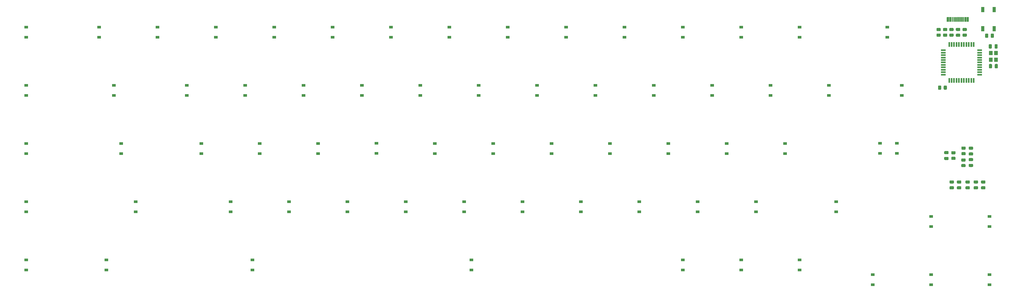
<source format=gbr>
%TF.GenerationSoftware,KiCad,Pcbnew,(5.1.9)-1*%
%TF.CreationDate,2021-07-19T10:18:42-07:00*%
%TF.ProjectId,unsplit-keyboard,756e7370-6c69-4742-9d6b-6579626f6172,rev?*%
%TF.SameCoordinates,Original*%
%TF.FileFunction,Paste,Bot*%
%TF.FilePolarity,Positive*%
%FSLAX46Y46*%
G04 Gerber Fmt 4.6, Leading zero omitted, Abs format (unit mm)*
G04 Created by KiCad (PCBNEW (5.1.9)-1) date 2021-07-19 10:18:42*
%MOMM*%
%LPD*%
G01*
G04 APERTURE LIST*
%ADD10R,1.200000X0.900000*%
%ADD11R,1.100000X1.800000*%
%ADD12R,1.200000X1.400000*%
%ADD13R,0.500000X1.500000*%
%ADD14R,1.500000X0.500000*%
G04 APERTURE END LIST*
D10*
%TO.C,D70*%
X317500000Y-65023000D03*
X317500000Y-61723000D03*
%TD*%
%TO.C,D69*%
X347662500Y-108012500D03*
X347662500Y-104712500D03*
%TD*%
%TO.C,D68*%
X328612500Y-108012500D03*
X328612500Y-104712500D03*
%TD*%
%TO.C,D67*%
X309562500Y-108012500D03*
X309562500Y-104712500D03*
%TD*%
%TO.C,D66*%
X285750000Y-103250000D03*
X285750000Y-99950000D03*
%TD*%
%TO.C,D65*%
X266700000Y-103250000D03*
X266700000Y-99950000D03*
%TD*%
%TO.C,D64*%
X247650000Y-103250000D03*
X247650000Y-99950000D03*
%TD*%
%TO.C,D63*%
X178593750Y-103250000D03*
X178593750Y-99950000D03*
%TD*%
%TO.C,D62*%
X107156250Y-103250000D03*
X107156250Y-99950000D03*
%TD*%
%TO.C,D61*%
X59531250Y-103250000D03*
X59531250Y-99950000D03*
%TD*%
%TO.C,D60*%
X33337500Y-103250000D03*
X33337500Y-99950000D03*
%TD*%
%TO.C,D59*%
X347662500Y-88962500D03*
X347662500Y-85662500D03*
%TD*%
%TO.C,D58*%
X328612500Y-88962500D03*
X328612500Y-85662500D03*
%TD*%
%TO.C,D57*%
X297656250Y-84200000D03*
X297656250Y-80900000D03*
%TD*%
%TO.C,D56*%
X271462500Y-84200000D03*
X271462500Y-80900000D03*
%TD*%
%TO.C,D55*%
X252412500Y-84200000D03*
X252412500Y-80900000D03*
%TD*%
%TO.C,D54*%
X233362500Y-84200000D03*
X233362500Y-80900000D03*
%TD*%
%TO.C,D53*%
X214312500Y-84200000D03*
X214312500Y-80900000D03*
%TD*%
%TO.C,D52*%
X195262500Y-84200000D03*
X195262500Y-80900000D03*
%TD*%
%TO.C,D51*%
X176212500Y-84200000D03*
X176212500Y-80900000D03*
%TD*%
%TO.C,D50*%
X157162500Y-84200000D03*
X157162500Y-80900000D03*
%TD*%
%TO.C,D49*%
X138112500Y-84200000D03*
X138112500Y-80900000D03*
%TD*%
%TO.C,D48*%
X119062500Y-84200000D03*
X119062500Y-80900000D03*
%TD*%
%TO.C,D47*%
X100012500Y-84200000D03*
X100012500Y-80900000D03*
%TD*%
%TO.C,D46*%
X69056250Y-84200000D03*
X69056250Y-80900000D03*
%TD*%
%TO.C,D45*%
X33337500Y-84200000D03*
X33337500Y-80900000D03*
%TD*%
%TO.C,D44*%
X311943750Y-65006250D03*
X311943750Y-61706250D03*
%TD*%
%TO.C,D43*%
X280987500Y-65150000D03*
X280987500Y-61850000D03*
%TD*%
%TO.C,D42*%
X261937500Y-65150000D03*
X261937500Y-61850000D03*
%TD*%
%TO.C,D41*%
X242887500Y-65150000D03*
X242887500Y-61850000D03*
%TD*%
%TO.C,D40*%
X223837500Y-65150000D03*
X223837500Y-61850000D03*
%TD*%
%TO.C,D39*%
X204787500Y-65150000D03*
X204787500Y-61850000D03*
%TD*%
%TO.C,D38*%
X185737500Y-65150000D03*
X185737500Y-61850000D03*
%TD*%
%TO.C,D37*%
X166687500Y-65150000D03*
X166687500Y-61850000D03*
%TD*%
%TO.C,D36*%
X147637500Y-65006250D03*
X147637500Y-61706250D03*
%TD*%
%TO.C,D35*%
X128587500Y-65150000D03*
X128587500Y-61850000D03*
%TD*%
%TO.C,D34*%
X109537500Y-65150000D03*
X109537500Y-61850000D03*
%TD*%
%TO.C,D33*%
X90487500Y-65150000D03*
X90487500Y-61850000D03*
%TD*%
%TO.C,D32*%
X64293750Y-65150000D03*
X64293750Y-61850000D03*
%TD*%
%TO.C,D31*%
X33337500Y-65150000D03*
X33337500Y-61850000D03*
%TD*%
%TO.C,D30*%
X319087500Y-46100000D03*
X319087500Y-42800000D03*
%TD*%
%TO.C,D29*%
X295275000Y-46100000D03*
X295275000Y-42800000D03*
%TD*%
%TO.C,D28*%
X276225000Y-46100000D03*
X276225000Y-42800000D03*
%TD*%
%TO.C,D27*%
X257175000Y-46100000D03*
X257175000Y-42800000D03*
%TD*%
%TO.C,D26*%
X238125000Y-46100000D03*
X238125000Y-42800000D03*
%TD*%
%TO.C,D25*%
X219075000Y-46100000D03*
X219075000Y-42800000D03*
%TD*%
%TO.C,D24*%
X200025000Y-46100000D03*
X200025000Y-42800000D03*
%TD*%
%TO.C,D23*%
X180975000Y-46100000D03*
X180975000Y-42800000D03*
%TD*%
%TO.C,D22*%
X161925000Y-46100000D03*
X161925000Y-42800000D03*
%TD*%
%TO.C,D21*%
X142875000Y-46100000D03*
X142875000Y-42800000D03*
%TD*%
%TO.C,D20*%
X123825000Y-46100000D03*
X123825000Y-42800000D03*
%TD*%
%TO.C,D19*%
X104775000Y-46100000D03*
X104775000Y-42800000D03*
%TD*%
%TO.C,D18*%
X85725000Y-46100000D03*
X85725000Y-42800000D03*
%TD*%
%TO.C,D17*%
X61912500Y-46100000D03*
X61912500Y-42800000D03*
%TD*%
%TO.C,D16*%
X33337500Y-46100000D03*
X33337500Y-42800000D03*
%TD*%
%TO.C,D15*%
X314325000Y-27050000D03*
X314325000Y-23750000D03*
%TD*%
%TO.C,D14*%
X285750000Y-27050000D03*
X285750000Y-23750000D03*
%TD*%
%TO.C,D13*%
X266700000Y-27050000D03*
X266700000Y-23750000D03*
%TD*%
%TO.C,D12*%
X247650000Y-27050000D03*
X247650000Y-23750000D03*
%TD*%
%TO.C,D11*%
X228600000Y-27050000D03*
X228600000Y-23750000D03*
%TD*%
%TO.C,D10*%
X209550000Y-27050000D03*
X209550000Y-23750000D03*
%TD*%
%TO.C,D9*%
X190500000Y-27050000D03*
X190500000Y-23750000D03*
%TD*%
%TO.C,D8*%
X171450000Y-27050000D03*
X171450000Y-23750000D03*
%TD*%
%TO.C,D7*%
X152400000Y-27050000D03*
X152400000Y-23750000D03*
%TD*%
%TO.C,D6*%
X133350000Y-27050000D03*
X133350000Y-23750000D03*
%TD*%
%TO.C,D5*%
X114300000Y-27050000D03*
X114300000Y-23750000D03*
%TD*%
%TO.C,D4*%
X95250000Y-27050000D03*
X95250000Y-23750000D03*
%TD*%
%TO.C,D3*%
X76200000Y-27050000D03*
X76200000Y-23750000D03*
%TD*%
%TO.C,D2*%
X57150000Y-27050000D03*
X57150000Y-23750000D03*
%TD*%
%TO.C,D1*%
X33337500Y-27050000D03*
X33337500Y-23750000D03*
%TD*%
%TO.C,R9*%
G36*
G01*
X340048002Y-25000000D02*
X339147998Y-25000000D01*
G75*
G02*
X338898000Y-24750002I0J249998D01*
G01*
X338898000Y-24224998D01*
G75*
G02*
X339147998Y-23975000I249998J0D01*
G01*
X340048002Y-23975000D01*
G75*
G02*
X340298000Y-24224998I0J-249998D01*
G01*
X340298000Y-24750002D01*
G75*
G02*
X340048002Y-25000000I-249998J0D01*
G01*
G37*
G36*
G01*
X340048002Y-26825000D02*
X339147998Y-26825000D01*
G75*
G02*
X338898000Y-26575002I0J249998D01*
G01*
X338898000Y-26049998D01*
G75*
G02*
X339147998Y-25800000I249998J0D01*
G01*
X340048002Y-25800000D01*
G75*
G02*
X340298000Y-26049998I0J-249998D01*
G01*
X340298000Y-26575002D01*
G75*
G02*
X340048002Y-26825000I-249998J0D01*
G01*
G37*
%TD*%
%TO.C,R8*%
G36*
G01*
X330638998Y-25800000D02*
X331539002Y-25800000D01*
G75*
G02*
X331789000Y-26049998I0J-249998D01*
G01*
X331789000Y-26575002D01*
G75*
G02*
X331539002Y-26825000I-249998J0D01*
G01*
X330638998Y-26825000D01*
G75*
G02*
X330389000Y-26575002I0J249998D01*
G01*
X330389000Y-26049998D01*
G75*
G02*
X330638998Y-25800000I249998J0D01*
G01*
G37*
G36*
G01*
X330638998Y-23975000D02*
X331539002Y-23975000D01*
G75*
G02*
X331789000Y-24224998I0J-249998D01*
G01*
X331789000Y-24750002D01*
G75*
G02*
X331539002Y-25000000I-249998J0D01*
G01*
X330638998Y-25000000D01*
G75*
G02*
X330389000Y-24750002I0J249998D01*
G01*
X330389000Y-24224998D01*
G75*
G02*
X330638998Y-23975000I249998J0D01*
G01*
G37*
%TD*%
%TO.C,USB1*%
G36*
G01*
X340220020Y-21915020D02*
X340220020Y-20465020D01*
G75*
G02*
X340270020Y-20415020I50000J0D01*
G01*
X340870020Y-20415020D01*
G75*
G02*
X340920020Y-20465020I0J-50000D01*
G01*
X340920020Y-21915020D01*
G75*
G02*
X340870020Y-21965020I-50000J0D01*
G01*
X340270020Y-21965020D01*
G75*
G02*
X340220020Y-21915020I0J50000D01*
G01*
G37*
G36*
G01*
X333770020Y-21915020D02*
X333770020Y-20465020D01*
G75*
G02*
X333820020Y-20415020I50000J0D01*
G01*
X334420020Y-20415020D01*
G75*
G02*
X334470020Y-20465020I0J-50000D01*
G01*
X334470020Y-21915020D01*
G75*
G02*
X334420020Y-21965020I-50000J0D01*
G01*
X333820020Y-21965020D01*
G75*
G02*
X333770020Y-21915020I0J50000D01*
G01*
G37*
G36*
G01*
X339445020Y-21915020D02*
X339445020Y-20465020D01*
G75*
G02*
X339495020Y-20415020I50000J0D01*
G01*
X340095020Y-20415020D01*
G75*
G02*
X340145020Y-20465020I0J-50000D01*
G01*
X340145020Y-21915020D01*
G75*
G02*
X340095020Y-21965020I-50000J0D01*
G01*
X339495020Y-21965020D01*
G75*
G02*
X339445020Y-21915020I0J50000D01*
G01*
G37*
G36*
G01*
X334545020Y-21915020D02*
X334545020Y-20465020D01*
G75*
G02*
X334595020Y-20415020I50000J0D01*
G01*
X335195020Y-20415020D01*
G75*
G02*
X335245020Y-20465020I0J-50000D01*
G01*
X335245020Y-21915020D01*
G75*
G02*
X335195020Y-21965020I-50000J0D01*
G01*
X334595020Y-21965020D01*
G75*
G02*
X334545020Y-21915020I0J50000D01*
G01*
G37*
G36*
G01*
X335395020Y-21915020D02*
X335395020Y-20465020D01*
G75*
G02*
X335445020Y-20415020I50000J0D01*
G01*
X335745020Y-20415020D01*
G75*
G02*
X335795020Y-20465020I0J-50000D01*
G01*
X335795020Y-21915020D01*
G75*
G02*
X335745020Y-21965020I-50000J0D01*
G01*
X335445020Y-21965020D01*
G75*
G02*
X335395020Y-21915020I0J50000D01*
G01*
G37*
G36*
G01*
X338895020Y-21915020D02*
X338895020Y-20465020D01*
G75*
G02*
X338945020Y-20415020I50000J0D01*
G01*
X339245020Y-20415020D01*
G75*
G02*
X339295020Y-20465020I0J-50000D01*
G01*
X339295020Y-21915020D01*
G75*
G02*
X339245020Y-21965020I-50000J0D01*
G01*
X338945020Y-21965020D01*
G75*
G02*
X338895020Y-21915020I0J50000D01*
G01*
G37*
G36*
G01*
X335895020Y-21915020D02*
X335895020Y-20465020D01*
G75*
G02*
X335945020Y-20415020I50000J0D01*
G01*
X336245020Y-20415020D01*
G75*
G02*
X336295020Y-20465020I0J-50000D01*
G01*
X336295020Y-21915020D01*
G75*
G02*
X336245020Y-21965020I-50000J0D01*
G01*
X335945020Y-21965020D01*
G75*
G02*
X335895020Y-21915020I0J50000D01*
G01*
G37*
G36*
G01*
X338395020Y-21915020D02*
X338395020Y-20465020D01*
G75*
G02*
X338445020Y-20415020I50000J0D01*
G01*
X338745020Y-20415020D01*
G75*
G02*
X338795020Y-20465020I0J-50000D01*
G01*
X338795020Y-21915020D01*
G75*
G02*
X338745020Y-21965020I-50000J0D01*
G01*
X338445020Y-21965020D01*
G75*
G02*
X338395020Y-21915020I0J50000D01*
G01*
G37*
G36*
G01*
X336395020Y-21915020D02*
X336395020Y-20465020D01*
G75*
G02*
X336445020Y-20415020I50000J0D01*
G01*
X336745020Y-20415020D01*
G75*
G02*
X336795020Y-20465020I0J-50000D01*
G01*
X336795020Y-21915020D01*
G75*
G02*
X336745020Y-21965020I-50000J0D01*
G01*
X336445020Y-21965020D01*
G75*
G02*
X336395020Y-21915020I0J50000D01*
G01*
G37*
G36*
G01*
X337895020Y-21915020D02*
X337895020Y-20465020D01*
G75*
G02*
X337945020Y-20415020I50000J0D01*
G01*
X338245020Y-20415020D01*
G75*
G02*
X338295020Y-20465020I0J-50000D01*
G01*
X338295020Y-21915020D01*
G75*
G02*
X338245020Y-21965020I-50000J0D01*
G01*
X337945020Y-21965020D01*
G75*
G02*
X337895020Y-21915020I0J50000D01*
G01*
G37*
G36*
G01*
X337395020Y-21915020D02*
X337395020Y-20465020D01*
G75*
G02*
X337445020Y-20415020I50000J0D01*
G01*
X337745020Y-20415020D01*
G75*
G02*
X337795020Y-20465020I0J-50000D01*
G01*
X337795020Y-21915020D01*
G75*
G02*
X337745020Y-21965020I-50000J0D01*
G01*
X337445020Y-21965020D01*
G75*
G02*
X337395020Y-21915020I0J50000D01*
G01*
G37*
G36*
G01*
X336895020Y-21915020D02*
X336895020Y-20465020D01*
G75*
G02*
X336945020Y-20415020I50000J0D01*
G01*
X337245020Y-20415020D01*
G75*
G02*
X337295020Y-20465020I0J-50000D01*
G01*
X337295020Y-21915020D01*
G75*
G02*
X337245020Y-21965020I-50000J0D01*
G01*
X336945020Y-21965020D01*
G75*
G02*
X336895020Y-21915020I0J50000D01*
G01*
G37*
%TD*%
D11*
%TO.C,SW1*%
X345495000Y-24182000D03*
X349195000Y-17982000D03*
X349195000Y-24182000D03*
X345495000Y-17982000D03*
%TD*%
%TO.C,R1*%
G36*
G01*
X348087900Y-26954902D02*
X348087900Y-26054898D01*
G75*
G02*
X348337898Y-25804900I249998J0D01*
G01*
X348862902Y-25804900D01*
G75*
G02*
X349112900Y-26054898I0J-249998D01*
G01*
X349112900Y-26954902D01*
G75*
G02*
X348862902Y-27204900I-249998J0D01*
G01*
X348337898Y-27204900D01*
G75*
G02*
X348087900Y-26954902I0J249998D01*
G01*
G37*
G36*
G01*
X346262900Y-26954902D02*
X346262900Y-26054898D01*
G75*
G02*
X346512898Y-25804900I249998J0D01*
G01*
X347037902Y-25804900D01*
G75*
G02*
X347287900Y-26054898I0J-249998D01*
G01*
X347287900Y-26954902D01*
G75*
G02*
X347037902Y-27204900I-249998J0D01*
G01*
X346512898Y-27204900D01*
G75*
G02*
X346262900Y-26954902I0J249998D01*
G01*
G37*
%TD*%
D12*
%TO.C,X1*%
X348139650Y-34367650D03*
X348139650Y-32167650D03*
X349839650Y-32167650D03*
X349839650Y-34367650D03*
%TD*%
%TO.C,C7*%
G36*
G01*
X345180900Y-75799100D02*
X346130900Y-75799100D01*
G75*
G02*
X346380900Y-76049100I0J-250000D01*
G01*
X346380900Y-76549100D01*
G75*
G02*
X346130900Y-76799100I-250000J0D01*
G01*
X345180900Y-76799100D01*
G75*
G02*
X344930900Y-76549100I0J250000D01*
G01*
X344930900Y-76049100D01*
G75*
G02*
X345180900Y-75799100I250000J0D01*
G01*
G37*
G36*
G01*
X345180900Y-73899100D02*
X346130900Y-73899100D01*
G75*
G02*
X346380900Y-74149100I0J-250000D01*
G01*
X346380900Y-74649100D01*
G75*
G02*
X346130900Y-74899100I-250000J0D01*
G01*
X345180900Y-74899100D01*
G75*
G02*
X344930900Y-74649100I0J250000D01*
G01*
X344930900Y-74149100D01*
G75*
G02*
X345180900Y-73899100I250000J0D01*
G01*
G37*
%TD*%
%TO.C,C4*%
G36*
G01*
X337306900Y-75799100D02*
X338256900Y-75799100D01*
G75*
G02*
X338506900Y-76049100I0J-250000D01*
G01*
X338506900Y-76549100D01*
G75*
G02*
X338256900Y-76799100I-250000J0D01*
G01*
X337306900Y-76799100D01*
G75*
G02*
X337056900Y-76549100I0J250000D01*
G01*
X337056900Y-76049100D01*
G75*
G02*
X337306900Y-75799100I250000J0D01*
G01*
G37*
G36*
G01*
X337306900Y-73899100D02*
X338256900Y-73899100D01*
G75*
G02*
X338506900Y-74149100I0J-250000D01*
G01*
X338506900Y-74649100D01*
G75*
G02*
X338256900Y-74899100I-250000J0D01*
G01*
X337306900Y-74899100D01*
G75*
G02*
X337056900Y-74649100I0J250000D01*
G01*
X337056900Y-74149100D01*
G75*
G02*
X337306900Y-73899100I250000J0D01*
G01*
G37*
%TD*%
%TO.C,C6*%
G36*
G01*
X342767900Y-75799100D02*
X343717900Y-75799100D01*
G75*
G02*
X343967900Y-76049100I0J-250000D01*
G01*
X343967900Y-76549100D01*
G75*
G02*
X343717900Y-76799100I-250000J0D01*
G01*
X342767900Y-76799100D01*
G75*
G02*
X342517900Y-76549100I0J250000D01*
G01*
X342517900Y-76049100D01*
G75*
G02*
X342767900Y-75799100I250000J0D01*
G01*
G37*
G36*
G01*
X342767900Y-73899100D02*
X343717900Y-73899100D01*
G75*
G02*
X343967900Y-74149100I0J-250000D01*
G01*
X343967900Y-74649100D01*
G75*
G02*
X343717900Y-74899100I-250000J0D01*
G01*
X342767900Y-74899100D01*
G75*
G02*
X342517900Y-74649100I0J250000D01*
G01*
X342517900Y-74149100D01*
G75*
G02*
X342767900Y-73899100I250000J0D01*
G01*
G37*
%TD*%
%TO.C,C5*%
G36*
G01*
X340100900Y-75799100D02*
X341050900Y-75799100D01*
G75*
G02*
X341300900Y-76049100I0J-250000D01*
G01*
X341300900Y-76549100D01*
G75*
G02*
X341050900Y-76799100I-250000J0D01*
G01*
X340100900Y-76799100D01*
G75*
G02*
X339850900Y-76549100I0J250000D01*
G01*
X339850900Y-76049100D01*
G75*
G02*
X340100900Y-75799100I250000J0D01*
G01*
G37*
G36*
G01*
X340100900Y-73899100D02*
X341050900Y-73899100D01*
G75*
G02*
X341300900Y-74149100I0J-250000D01*
G01*
X341300900Y-74649100D01*
G75*
G02*
X341050900Y-74899100I-250000J0D01*
G01*
X340100900Y-74899100D01*
G75*
G02*
X339850900Y-74649100I0J250000D01*
G01*
X339850900Y-74149100D01*
G75*
G02*
X340100900Y-73899100I250000J0D01*
G01*
G37*
%TD*%
%TO.C,C2*%
G36*
G01*
X349350750Y-30478750D02*
X349350750Y-29528750D01*
G75*
G02*
X349600750Y-29278750I250000J0D01*
G01*
X350100750Y-29278750D01*
G75*
G02*
X350350750Y-29528750I0J-250000D01*
G01*
X350350750Y-30478750D01*
G75*
G02*
X350100750Y-30728750I-250000J0D01*
G01*
X349600750Y-30728750D01*
G75*
G02*
X349350750Y-30478750I0J250000D01*
G01*
G37*
G36*
G01*
X347450750Y-30478750D02*
X347450750Y-29528750D01*
G75*
G02*
X347700750Y-29278750I250000J0D01*
G01*
X348200750Y-29278750D01*
G75*
G02*
X348450750Y-29528750I0J-250000D01*
G01*
X348450750Y-30478750D01*
G75*
G02*
X348200750Y-30728750I-250000J0D01*
G01*
X347700750Y-30728750D01*
G75*
G02*
X347450750Y-30478750I0J250000D01*
G01*
G37*
%TD*%
%TO.C,C8*%
G36*
G01*
X334893900Y-75799100D02*
X335843900Y-75799100D01*
G75*
G02*
X336093900Y-76049100I0J-250000D01*
G01*
X336093900Y-76549100D01*
G75*
G02*
X335843900Y-76799100I-250000J0D01*
G01*
X334893900Y-76799100D01*
G75*
G02*
X334643900Y-76549100I0J250000D01*
G01*
X334643900Y-76049100D01*
G75*
G02*
X334893900Y-75799100I250000J0D01*
G01*
G37*
G36*
G01*
X334893900Y-73899100D02*
X335843900Y-73899100D01*
G75*
G02*
X336093900Y-74149100I0J-250000D01*
G01*
X336093900Y-74649100D01*
G75*
G02*
X335843900Y-74899100I-250000J0D01*
G01*
X334893900Y-74899100D01*
G75*
G02*
X334643900Y-74649100I0J250000D01*
G01*
X334643900Y-74149100D01*
G75*
G02*
X334893900Y-73899100I250000J0D01*
G01*
G37*
%TD*%
%TO.C,C1*%
G36*
G01*
X349416750Y-36955750D02*
X349416750Y-36005750D01*
G75*
G02*
X349666750Y-35755750I250000J0D01*
G01*
X350166750Y-35755750D01*
G75*
G02*
X350416750Y-36005750I0J-250000D01*
G01*
X350416750Y-36955750D01*
G75*
G02*
X350166750Y-37205750I-250000J0D01*
G01*
X349666750Y-37205750D01*
G75*
G02*
X349416750Y-36955750I0J250000D01*
G01*
G37*
G36*
G01*
X347516750Y-36955750D02*
X347516750Y-36005750D01*
G75*
G02*
X347766750Y-35755750I250000J0D01*
G01*
X348266750Y-35755750D01*
G75*
G02*
X348516750Y-36005750I0J-250000D01*
G01*
X348516750Y-36955750D01*
G75*
G02*
X348266750Y-37205750I-250000J0D01*
G01*
X347766750Y-37205750D01*
G75*
G02*
X347516750Y-36955750I0J250000D01*
G01*
G37*
%TD*%
D13*
%TO.C,U1*%
X334539240Y-29364090D03*
X335339240Y-29364090D03*
X336139240Y-29364090D03*
X336939240Y-29364090D03*
X337739240Y-29364090D03*
X338539240Y-29364090D03*
X339339240Y-29364090D03*
X340139240Y-29364090D03*
X340939240Y-29364090D03*
X341739240Y-29364090D03*
X342539240Y-29364090D03*
D14*
X344439240Y-31264090D03*
X344439240Y-32064090D03*
X344439240Y-32864090D03*
X344439240Y-33664090D03*
X344439240Y-34464090D03*
X344439240Y-35264090D03*
X344439240Y-36064090D03*
X344439240Y-36864090D03*
X344439240Y-37664090D03*
X344439240Y-38464090D03*
X344439240Y-39264090D03*
D13*
X342539240Y-41164090D03*
X341739240Y-41164090D03*
X340939240Y-41164090D03*
X340139240Y-41164090D03*
X339339240Y-41164090D03*
X338539240Y-41164090D03*
X337739240Y-41164090D03*
X336939240Y-41164090D03*
X336139240Y-41164090D03*
X335339240Y-41164090D03*
X334539240Y-41164090D03*
D14*
X332639240Y-39264090D03*
X332639240Y-38464090D03*
X332639240Y-37664090D03*
X332639240Y-36864090D03*
X332639240Y-36064090D03*
X332639240Y-35264090D03*
X332639240Y-34464090D03*
X332639240Y-33664090D03*
X332639240Y-32864090D03*
X332639240Y-32064090D03*
X332639240Y-31264090D03*
%TD*%
%TO.C,C3*%
G36*
G01*
X333160350Y-64291550D02*
X334110350Y-64291550D01*
G75*
G02*
X334360350Y-64541550I0J-250000D01*
G01*
X334360350Y-65041550D01*
G75*
G02*
X334110350Y-65291550I-250000J0D01*
G01*
X333160350Y-65291550D01*
G75*
G02*
X332910350Y-65041550I0J250000D01*
G01*
X332910350Y-64541550D01*
G75*
G02*
X333160350Y-64291550I250000J0D01*
G01*
G37*
G36*
G01*
X333160350Y-66191550D02*
X334110350Y-66191550D01*
G75*
G02*
X334360350Y-66441550I0J-250000D01*
G01*
X334360350Y-66941550D01*
G75*
G02*
X334110350Y-67191550I-250000J0D01*
G01*
X333160350Y-67191550D01*
G75*
G02*
X332910350Y-66941550I0J250000D01*
G01*
X332910350Y-66441550D01*
G75*
G02*
X333160350Y-66191550I250000J0D01*
G01*
G37*
%TD*%
%TO.C,C10*%
G36*
G01*
X341161350Y-62824300D02*
X342111350Y-62824300D01*
G75*
G02*
X342361350Y-63074300I0J-250000D01*
G01*
X342361350Y-63574300D01*
G75*
G02*
X342111350Y-63824300I-250000J0D01*
G01*
X341161350Y-63824300D01*
G75*
G02*
X340911350Y-63574300I0J250000D01*
G01*
X340911350Y-63074300D01*
G75*
G02*
X341161350Y-62824300I250000J0D01*
G01*
G37*
G36*
G01*
X341161350Y-64724300D02*
X342111350Y-64724300D01*
G75*
G02*
X342361350Y-64974300I0J-250000D01*
G01*
X342361350Y-65474300D01*
G75*
G02*
X342111350Y-65724300I-250000J0D01*
G01*
X341161350Y-65724300D01*
G75*
G02*
X340911350Y-65474300I0J250000D01*
G01*
X340911350Y-64974300D01*
G75*
G02*
X341161350Y-64724300I250000J0D01*
G01*
G37*
%TD*%
%TO.C,C9*%
G36*
G01*
X342111350Y-69477550D02*
X341161350Y-69477550D01*
G75*
G02*
X340911350Y-69227550I0J250000D01*
G01*
X340911350Y-68727550D01*
G75*
G02*
X341161350Y-68477550I250000J0D01*
G01*
X342111350Y-68477550D01*
G75*
G02*
X342361350Y-68727550I0J-250000D01*
G01*
X342361350Y-69227550D01*
G75*
G02*
X342111350Y-69477550I-250000J0D01*
G01*
G37*
G36*
G01*
X342111350Y-67577550D02*
X341161350Y-67577550D01*
G75*
G02*
X340911350Y-67327550I0J250000D01*
G01*
X340911350Y-66827550D01*
G75*
G02*
X341161350Y-66577550I250000J0D01*
G01*
X342111350Y-66577550D01*
G75*
G02*
X342361350Y-66827550I0J-250000D01*
G01*
X342361350Y-67327550D01*
G75*
G02*
X342111350Y-67577550I-250000J0D01*
G01*
G37*
%TD*%
%TO.C,R5*%
G36*
G01*
X338736098Y-66696050D02*
X339636102Y-66696050D01*
G75*
G02*
X339886100Y-66946048I0J-249998D01*
G01*
X339886100Y-67471052D01*
G75*
G02*
X339636102Y-67721050I-249998J0D01*
G01*
X338736098Y-67721050D01*
G75*
G02*
X338486100Y-67471052I0J249998D01*
G01*
X338486100Y-66946048D01*
G75*
G02*
X338736098Y-66696050I249998J0D01*
G01*
G37*
G36*
G01*
X338736098Y-68521050D02*
X339636102Y-68521050D01*
G75*
G02*
X339886100Y-68771048I0J-249998D01*
G01*
X339886100Y-69296052D01*
G75*
G02*
X339636102Y-69546050I-249998J0D01*
G01*
X338736098Y-69546050D01*
G75*
G02*
X338486100Y-69296052I0J249998D01*
G01*
X338486100Y-68771048D01*
G75*
G02*
X338736098Y-68521050I249998J0D01*
G01*
G37*
%TD*%
%TO.C,R6*%
G36*
G01*
X339673352Y-65642550D02*
X338773348Y-65642550D01*
G75*
G02*
X338523350Y-65392552I0J249998D01*
G01*
X338523350Y-64867548D01*
G75*
G02*
X338773348Y-64617550I249998J0D01*
G01*
X339673352Y-64617550D01*
G75*
G02*
X339923350Y-64867548I0J-249998D01*
G01*
X339923350Y-65392552D01*
G75*
G02*
X339673352Y-65642550I-249998J0D01*
G01*
G37*
G36*
G01*
X339673352Y-63817550D02*
X338773348Y-63817550D01*
G75*
G02*
X338523350Y-63567552I0J249998D01*
G01*
X338523350Y-63042548D01*
G75*
G02*
X338773348Y-62792550I249998J0D01*
G01*
X339673352Y-62792550D01*
G75*
G02*
X339923350Y-63042548I0J-249998D01*
G01*
X339923350Y-63567552D01*
G75*
G02*
X339673352Y-63817550I-249998J0D01*
G01*
G37*
%TD*%
%TO.C,R4*%
G36*
G01*
X335471348Y-64316550D02*
X336371352Y-64316550D01*
G75*
G02*
X336621350Y-64566548I0J-249998D01*
G01*
X336621350Y-65091552D01*
G75*
G02*
X336371352Y-65341550I-249998J0D01*
G01*
X335471348Y-65341550D01*
G75*
G02*
X335221350Y-65091552I0J249998D01*
G01*
X335221350Y-64566548D01*
G75*
G02*
X335471348Y-64316550I249998J0D01*
G01*
G37*
G36*
G01*
X335471348Y-66141550D02*
X336371352Y-66141550D01*
G75*
G02*
X336621350Y-66391548I0J-249998D01*
G01*
X336621350Y-66916552D01*
G75*
G02*
X336371352Y-67166550I-249998J0D01*
G01*
X335471348Y-67166550D01*
G75*
G02*
X335221350Y-66916552I0J249998D01*
G01*
X335221350Y-66391548D01*
G75*
G02*
X335471348Y-66141550I249998J0D01*
G01*
G37*
%TD*%
%TO.C,R7*%
G36*
G01*
X332750740Y-43969092D02*
X332750740Y-43069088D01*
G75*
G02*
X333000738Y-42819090I249998J0D01*
G01*
X333525742Y-42819090D01*
G75*
G02*
X333775740Y-43069088I0J-249998D01*
G01*
X333775740Y-43969092D01*
G75*
G02*
X333525742Y-44219090I-249998J0D01*
G01*
X333000738Y-44219090D01*
G75*
G02*
X332750740Y-43969092I0J249998D01*
G01*
G37*
G36*
G01*
X330925740Y-43969092D02*
X330925740Y-43069088D01*
G75*
G02*
X331175738Y-42819090I249998J0D01*
G01*
X331700742Y-42819090D01*
G75*
G02*
X331950740Y-43069088I0J-249998D01*
G01*
X331950740Y-43969092D01*
G75*
G02*
X331700742Y-44219090I-249998J0D01*
G01*
X331175738Y-44219090D01*
G75*
G02*
X330925740Y-43969092I0J249998D01*
G01*
G37*
%TD*%
%TO.C,R3*%
G36*
G01*
X335731272Y-26826270D02*
X334831268Y-26826270D01*
G75*
G02*
X334581270Y-26576272I0J249998D01*
G01*
X334581270Y-26051268D01*
G75*
G02*
X334831268Y-25801270I249998J0D01*
G01*
X335731272Y-25801270D01*
G75*
G02*
X335981270Y-26051268I0J-249998D01*
G01*
X335981270Y-26576272D01*
G75*
G02*
X335731272Y-26826270I-249998J0D01*
G01*
G37*
G36*
G01*
X335731272Y-25001270D02*
X334831268Y-25001270D01*
G75*
G02*
X334581270Y-24751272I0J249998D01*
G01*
X334581270Y-24226268D01*
G75*
G02*
X334831268Y-23976270I249998J0D01*
G01*
X335731272Y-23976270D01*
G75*
G02*
X335981270Y-24226268I0J-249998D01*
G01*
X335981270Y-24751272D01*
G75*
G02*
X335731272Y-25001270I-249998J0D01*
G01*
G37*
%TD*%
%TO.C,R2*%
G36*
G01*
X333666252Y-26826270D02*
X332766248Y-26826270D01*
G75*
G02*
X332516250Y-26576272I0J249998D01*
G01*
X332516250Y-26051268D01*
G75*
G02*
X332766248Y-25801270I249998J0D01*
G01*
X333666252Y-25801270D01*
G75*
G02*
X333916250Y-26051268I0J-249998D01*
G01*
X333916250Y-26576272D01*
G75*
G02*
X333666252Y-26826270I-249998J0D01*
G01*
G37*
G36*
G01*
X333666252Y-25001270D02*
X332766248Y-25001270D01*
G75*
G02*
X332516250Y-24751272I0J249998D01*
G01*
X332516250Y-24226268D01*
G75*
G02*
X332766248Y-23976270I249998J0D01*
G01*
X333666252Y-23976270D01*
G75*
G02*
X333916250Y-24226268I0J-249998D01*
G01*
X333916250Y-24751272D01*
G75*
G02*
X333666252Y-25001270I-249998J0D01*
G01*
G37*
%TD*%
%TO.C,C11*%
G36*
G01*
X336964000Y-23950000D02*
X337914000Y-23950000D01*
G75*
G02*
X338164000Y-24200000I0J-250000D01*
G01*
X338164000Y-24700000D01*
G75*
G02*
X337914000Y-24950000I-250000J0D01*
G01*
X336964000Y-24950000D01*
G75*
G02*
X336714000Y-24700000I0J250000D01*
G01*
X336714000Y-24200000D01*
G75*
G02*
X336964000Y-23950000I250000J0D01*
G01*
G37*
G36*
G01*
X336964000Y-25850000D02*
X337914000Y-25850000D01*
G75*
G02*
X338164000Y-26100000I0J-250000D01*
G01*
X338164000Y-26600000D01*
G75*
G02*
X337914000Y-26850000I-250000J0D01*
G01*
X336964000Y-26850000D01*
G75*
G02*
X336714000Y-26600000I0J250000D01*
G01*
X336714000Y-26100000D01*
G75*
G02*
X336964000Y-25850000I250000J0D01*
G01*
G37*
%TD*%
M02*

</source>
